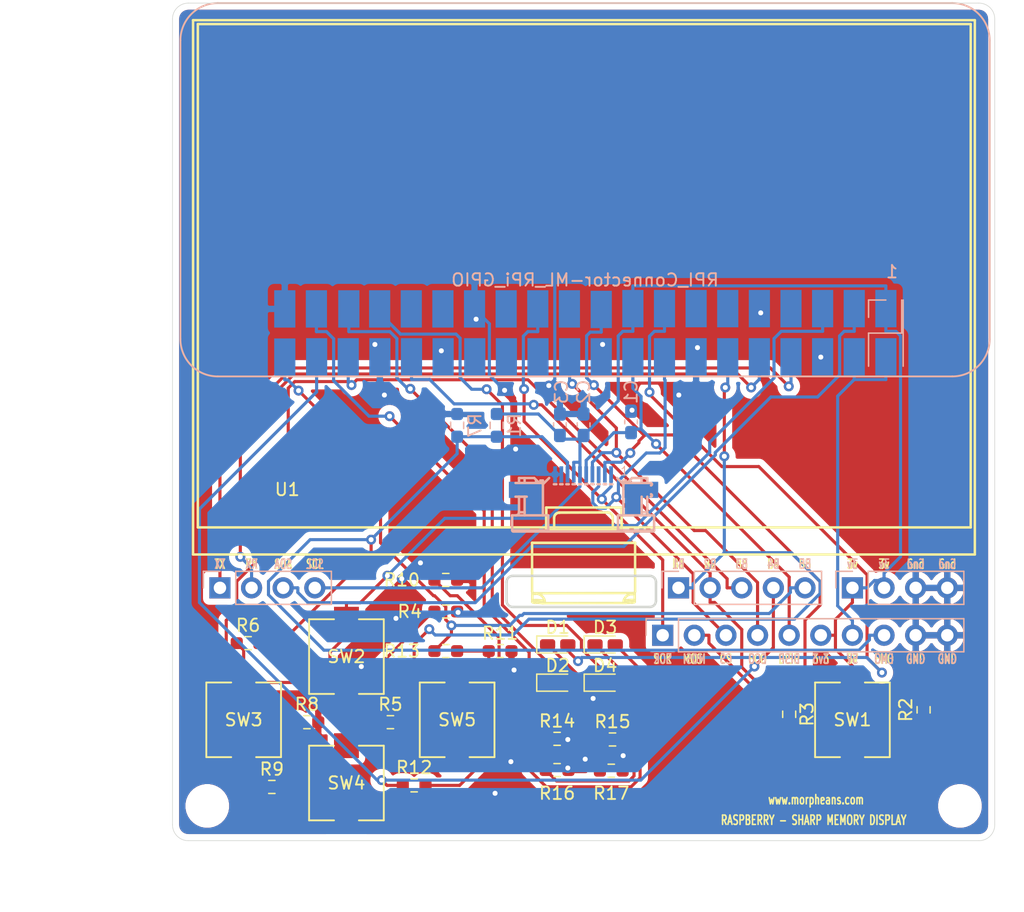
<source format=kicad_pcb>
(kicad_pcb (version 20171130) (host pcbnew "(5.1.9)-1")
  (layers (0 F.Cu signal) (31 B.Cu signal) (34 B.Paste user) (35 F.Paste user) (36 B.SilkS user) (37 F.SilkS user) (38 B.Mask user) (39 F.Mask user) (44 Edge.Cuts user))
  (net 0 "")
  (net 1 /DISPON)
  (net 2 GND)
  (net 3 +3V3)
  (net 4 +5V)
  (net 5 /SDA)
  (net 6 /SCL)
  (net 7 /TXD)
  (net 8 /RXD)
  (net 9 /BUT1)
  (net 10 /CS)
  (net 11 /MOSI)
  (net 12 /EXTCOMIN)
  (net 13 /SCK)
  (net 14 /BUT2)
  (net 15 /BUT3)
  (net 16 /BUT4)
  (net 17 /BUT5)
  (net 18 /EXTMODE)
  (net 19 "Net-(R2-Pad1)")
  (net 20 "Net-(R4-Pad1)")
  (net 21 "Net-(R8-Pad1)")
  (net 22 "Net-(R10-Pad1)")
  (net 23 "Net-(R11-Pad1)")
  (net 24 "Net-(D1-Pad1)")
  (net 25 /LEDYellow)
  (net 26 /LEDPink)
  (net 27 "Net-(D2-Pad1)")
  (net 28 "Net-(D3-Pad1)")
  (net 29 /LEDYellow2)
  (net 30 /LEDPink2)
  (net 31 "Net-(D4-Pad1)")
  (module Capacitor_SMD:C_0603_1608Metric_Pad1.08x0.95mm_HandSolder (layer B.Cu) (at 185.42 81.915 90)
    (fp_text reference C1 (at 2.413 0 90) (layer B.SilkS) (effects (justify mirror)))
    (fp_text value 100nF)
    (pad 1 smd roundrect (at -0.8625 0 90) (size 1.075 0.95) (layers B.Cu B.Paste B.Mask) (net 1 /DISPON))
    (pad 2 smd roundrect (at 0.8625 0 90) (size 1.075 0.95) (layers B.Cu B.Paste B.Mask) (net 2 GND))
  )
  (module Capacitor_SMD:C_0603_1608Metric_Pad1.08x0.95mm_HandSolder (layer B.Cu) (at 181.61 82.1425 90)
    (fp_text reference C2 (at 2.6405 0 90) (layer B.SilkS) (effects (justify mirror)))
    (fp_text value 100nF)
    (pad 2 smd roundrect (at 0.8625 0 90) (size 1.075 0.95) (layers B.Cu B.Paste B.Mask) (net 2 GND))
    (pad 1 smd roundrect (at -0.8625 0 90) (size 1.075 0.95) (layers B.Cu B.Paste B.Mask) (net 3 +3V3))
  )
  (module Capacitor_SMD:C_0603_1608Metric_Pad1.08x0.95mm_HandSolder (layer B.Cu) (at 179.705 82.1425 90)
    (fp_text reference C3 (at 2.6405 0.127 90) (layer B.SilkS) (effects (justify mirror)))
    (fp_text value 1uF)
    (pad 1 smd roundrect (at -0.8625 0 90) (size 1.075 0.95) (layers B.Cu B.Paste B.Mask) (net 3 +3V3))
    (pad 2 smd roundrect (at 0.8625 0 90) (size 1.075 0.95) (layers B.Cu B.Paste B.Mask) (net 2 GND))
  )
  (module MemoryBrakout:Raspberry_Pi_ZeroREVERSE_SMD (layer B.Cu) (at 149.225 48.26)
    (fp_text reference J1 hide)
    (fp_text value RPI_Connector-ML_RPi_GPIO (at 32.5 22.25) (layer B.SilkS) (effects (justify mirror)))
    (fp_text user 1 (at 57.15 21.59) (layer B.SilkS) (effects (justify mirror)))
    (pad 2 smd rect (at 56.66 28.425 270) (size 3 1.7) (layers B.Cu B.Paste B.Mask) (net 4 +5V))
    (pad 1 smd rect (at 56.66 24.5515 270) (size 3 1.7) (layers B.Cu B.Paste B.Mask) (net 3 +3V3))
    (pad 4 smd rect (at 54.12 28.425 270) (size 3 1.7) (layers B.Cu B.Paste B.Mask) (net 4 +5V))
    (pad 3 smd rect (at 54.12 24.5515 270) (size 3 1.7) (layers B.Cu B.Paste B.Mask) (net 5 /SDA))
    (pad 6 smd rect (at 51.58 28.425 270) (size 3 1.7) (layers B.Cu B.Paste B.Mask) (net 2 GND))
    (pad 5 smd rect (at 51.58 24.5515 270) (size 3 1.7) (layers B.Cu B.Paste B.Mask) (net 6 /SCL))
    (pad 8 smd rect (at 49.04 28.425 270) (size 3 1.7) (layers B.Cu B.Paste B.Mask) (net 7 /TXD))
    (pad 7 smd rect (at 49.04 24.5515 270) (size 3 1.7) (layers B.Cu B.Paste B.Mask))
    (pad 10 smd rect (at 46.5 28.425 270) (size 3 1.7) (layers B.Cu B.Paste B.Mask) (net 8 /RXD))
    (pad 9 smd rect (at 46.5 24.5515 270) (size 3 1.7) (layers B.Cu B.Paste B.Mask) (net 2 GND))
    (pad 12 smd rect (at 43.96 28.425 270) (size 3 1.7) (layers B.Cu B.Paste B.Mask) (net 9 /BUT1))
    (pad 11 smd rect (at 43.96 24.5515 270) (size 3 1.7) (layers B.Cu B.Paste B.Mask))
    (pad 14 smd rect (at 41.42 28.425 270) (size 3 1.7) (layers B.Cu B.Paste B.Mask) (net 2 GND))
    (pad 13 smd rect (at 41.42 24.5515 270) (size 3 1.7) (layers B.Cu B.Paste B.Mask))
    (pad 16 smd rect (at 38.88 28.425 270) (size 3 1.7) (layers B.Cu B.Paste B.Mask) (net 10 /CS))
    (pad 15 smd rect (at 38.88 24.5515 270) (size 3 1.7) (layers B.Cu B.Paste B.Mask) (net 25 /LEDYellow))
    (pad 18 smd rect (at 36.34 28.425 270) (size 3 1.7) (layers B.Cu B.Paste B.Mask) (net 1 /DISPON))
    (pad 17 smd rect (at 36.34 24.5515 270) (size 3 1.7) (layers B.Cu B.Paste B.Mask) (net 3 +3V3))
    (pad 20 smd rect (at 33.8 28.425 270) (size 3 1.7) (layers B.Cu B.Paste B.Mask) (net 2 GND))
    (pad 19 smd rect (at 33.8 24.615 270) (size 3 1.7) (layers B.Cu B.Paste B.Mask) (net 11 /MOSI))
    (pad 22 smd rect (at 31.26 28.425 270) (size 3 1.7) (layers B.Cu B.Paste B.Mask) (net 12 /EXTCOMIN))
    (pad 21 smd rect (at 31.242 24.5745 270) (size 3 1.7) (layers B.Cu B.Paste B.Mask))
    (pad 24 smd rect (at 28.72 28.425 270) (size 3 1.7) (layers B.Cu B.Paste B.Mask))
    (pad 23 smd rect (at 28.702 24.5745 270) (size 3 1.7) (layers B.Cu B.Paste B.Mask) (net 13 /SCK))
    (pad 26 smd rect (at 26.18 28.425 270) (size 3 1.7) (layers B.Cu B.Paste B.Mask))
    (pad 25 smd rect (at 26.162 24.5745 270) (size 3 1.7) (layers B.Cu B.Paste B.Mask))
    (pad 28 smd rect (at 23.64 28.425 270) (size 3 1.7) (layers B.Cu B.Paste B.Mask))
    (pad 27 smd rect (at 23.622 24.5745 270) (size 3 1.7) (layers B.Cu B.Paste B.Mask) (net 2 GND))
    (pad 30 smd rect (at 21.1 28.425 270) (size 3 1.7) (layers B.Cu B.Paste B.Mask) (net 2 GND))
    (pad 29 smd rect (at 21.082 24.5745 270) (size 3 1.7) (layers B.Cu B.Paste B.Mask))
    (pad 32 smd rect (at 18.56 28.425 270) (size 3 1.7) (layers B.Cu B.Paste B.Mask) (net 14 /BUT2))
    (pad 31 smd rect (at 18.542 24.5745 270) (size 3 1.7) (layers B.Cu B.Paste B.Mask))
    (pad 34 smd rect (at 16.02 28.425 270) (size 3 1.7) (layers B.Cu B.Paste B.Mask) (net 2 GND))
    (pad 33 smd rect (at 16.002 24.5745 270) (size 3 1.7) (layers B.Cu B.Paste B.Mask) (net 30 /LEDPink2))
    (pad 36 smd rect (at 13.48 28.425 270) (size 3 1.7) (layers B.Cu B.Paste B.Mask) (net 15 /BUT3))
    (pad 35 smd rect (at 13.5255 24.5745 270) (size 3 1.7) (layers B.Cu B.Paste B.Mask) (net 26 /LEDPink))
    (pad 38 smd rect (at 10.94 28.425 270) (size 3 1.7) (layers B.Cu B.Paste B.Mask) (net 16 /BUT4))
    (pad 37 smd rect (at 10.922 24.5745 270) (size 3 1.7) (layers B.Cu B.Paste B.Mask) (net 29 /LEDYellow2))
    (pad 40 smd rect (at 8.382 28.448 270) (size 3 1.7) (layers B.Cu B.Paste B.Mask) (net 17 /BUT5))
    (pad 39 smd rect (at 8.382 24.5745 270) (size 3 1.7) (layers B.Cu B.Paste B.Mask) (net 2 GND))
  )
  (module Connector_PinHeader_2.54mm:PinHeader_1x05_P2.54mm_Vertical (layer B.Cu) (at 189.23 95.25 270)
    (fp_text reference J2 hide)
    (fp_text value Buttons)
    (pad 1 thru_hole rect (at 0 0 270) (size 1.7 1.7) (drill 1) (layers *.Cu *.Mask) (net 9 /BUT1))
    (pad 2 thru_hole oval (at 0 -2.54 270) (size 1.7 1.7) (drill 1) (layers *.Cu *.Mask) (net 14 /BUT2))
    (pad 3 thru_hole oval (at 0 -5.08 270) (size 1.7 1.7) (drill 1) (layers *.Cu *.Mask) (net 15 /BUT3))
    (pad 4 thru_hole oval (at 0 -7.62 270) (size 1.7 1.7) (drill 1) (layers *.Cu *.Mask) (net 16 /BUT4))
    (pad 5 thru_hole oval (at 0 -10.16 270) (size 1.7 1.7) (drill 1) (layers *.Cu *.Mask) (net 17 /BUT5))
  )
  (module Connector_PinHeader_2.54mm:PinHeader_1x10_P2.54mm_Vertical (layer B.Cu) (at 187.96 99.06 270)
    (fp_text reference J3 hide)
    (fp_text value externalcnx)
    (pad 1 thru_hole rect (at 0 0 270) (size 1.7 1.7) (drill 1) (layers *.Cu *.Mask) (net 13 /SCK))
    (pad 2 thru_hole oval (at 0 -2.54 270) (size 1.7 1.7) (drill 1) (layers *.Cu *.Mask) (net 11 /MOSI))
    (pad 3 thru_hole oval (at 0 -5.08 270) (size 1.7 1.7) (drill 1) (layers *.Cu *.Mask) (net 10 /CS))
    (pad 4 thru_hole oval (at 0 -7.62 270) (size 1.7 1.7) (drill 1) (layers *.Cu *.Mask) (net 12 /EXTCOMIN))
    (pad 5 thru_hole oval (at 0 -10.16 270) (size 1.7 1.7) (drill 1) (layers *.Cu *.Mask) (net 1 /DISPON))
    (pad 6 thru_hole oval (at 0 -12.7 270) (size 1.7 1.7) (drill 1) (layers *.Cu *.Mask) (net 3 +3V3))
    (pad 7 thru_hole oval (at 0 -15.24 270) (size 1.7 1.7) (drill 1) (layers *.Cu *.Mask) (net 4 +5V))
    (pad 8 thru_hole oval (at 0 -17.78 270) (size 1.7 1.7) (drill 1) (layers *.Cu *.Mask) (net 18 /EXTMODE))
    (pad 9 thru_hole oval (at 0 -20.32 270) (size 1.7 1.7) (drill 1) (layers *.Cu *.Mask) (net 2 GND))
    (pad 10 thru_hole oval (at 0 -22.86 270) (size 1.7 1.7) (drill 1) (layers *.Cu *.Mask) (net 2 GND))
  )
  (module Connector_PinHeader_2.54mm:PinHeader_1x04_P2.54mm_Vertical (layer B.Cu) (at 152.4 95.25 270)
    (fp_text reference J4 hide)
    (fp_text value uart)
    (pad 4 thru_hole oval (at 0 -7.62 270) (size 1.7 1.7) (drill 1) (layers *.Cu *.Mask) (net 6 /SCL))
    (pad 3 thru_hole oval (at 0 -5.08 270) (size 1.7 1.7) (drill 1) (layers *.Cu *.Mask) (net 5 /SDA))
    (pad 2 thru_hole oval (at 0 -2.54 270) (size 1.7 1.7) (drill 1) (layers *.Cu *.Mask) (net 8 /RXD))
    (pad 1 thru_hole rect (at 0 0 270) (size 1.7 1.7) (drill 1) (layers *.Cu *.Mask) (net 7 /TXD))
  )
  (module Connector_PinHeader_2.54mm:PinHeader_1x04_P2.54mm_Vertical (layer B.Cu) (at 203.2 95.25 270)
    (fp_text reference J5 hide)
    (fp_text value 3Vsource)
    (pad 1 thru_hole rect (at 0 0 270) (size 1.7 1.7) (drill 1) (layers *.Cu *.Mask) (net 3 +3V3))
    (pad 2 thru_hole oval (at 0 -2.54 270) (size 1.7 1.7) (drill 1) (layers *.Cu *.Mask) (net 3 +3V3))
    (pad 3 thru_hole oval (at 0 -5.08 270) (size 1.7 1.7) (drill 1) (layers *.Cu *.Mask) (net 2 GND))
    (pad 4 thru_hole oval (at 0 -7.62 270) (size 1.7 1.7) (drill 1) (layers *.Cu *.Mask) (net 2 GND))
  )
  (module Resistor_SMD:R_0603_1608Metric_Pad0.98x0.95mm_HandSolder (layer B.Cu) (at 174.625 82.1925 90)
    (fp_text reference R1 (at 0 1.43 90) (layer B.SilkS) (effects (justify mirror)))
    (fp_text value 0R)
    (pad 2 smd roundrect (at 0.9125 0 90) (size 0.975 0.95) (layers B.Cu B.Paste B.Mask) (net 3 +3V3))
    (pad 1 smd roundrect (at -0.9125 0 90) (size 0.975 0.95) (layers B.Cu B.Paste B.Mask) (net 18 /EXTMODE))
  )
  (module Resistor_SMD:R_0603_1608Metric_Pad0.98x0.95mm_HandSolder (layer F.Cu) (at 208.915 105.052 90)
    (fp_text reference R2 (at 0 -1.43 90) (layer F.SilkS))
    (fp_text value 10k)
    (pad 1 smd roundrect (at -0.9125 0 90) (size 0.975 0.95) (layers F.Cu F.Paste F.Mask) (net 19 "Net-(R2-Pad1)"))
    (pad 2 smd roundrect (at 0.9125 0 90) (size 0.975 0.95) (layers F.Cu F.Paste F.Mask) (net 2 GND))
  )
  (module Resistor_SMD:R_0603_1608Metric_Pad0.98x0.95mm_HandSolder (layer F.Cu) (at 198.12 105.41 270)
    (fp_text reference R3 (at 0 -1.43 90) (layer F.SilkS))
    (fp_text value 1k)
    (pad 1 smd roundrect (at -0.9125 0 270) (size 0.975 0.95) (layers F.Cu F.Paste F.Mask) (net 14 /BUT2))
    (pad 2 smd roundrect (at 0.9125 0 270) (size 0.975 0.95) (layers F.Cu F.Paste F.Mask) (net 19 "Net-(R2-Pad1)"))
  )
  (module Resistor_SMD:R_0603_1608Metric_Pad0.98x0.95mm_HandSolder (layer F.Cu) (at 170.538 97.155)
    (fp_text reference R4 (at -2.8975 0) (layer F.SilkS))
    (fp_text value 10k)
    (pad 2 smd roundrect (at 0.9125 0) (size 0.975 0.95) (layers F.Cu F.Paste F.Mask) (net 2 GND))
    (pad 1 smd roundrect (at -0.9125 0) (size 0.975 0.95) (layers F.Cu F.Paste F.Mask) (net 20 "Net-(R4-Pad1)"))
  )
  (module Resistor_SMD:R_0603_1608Metric_Pad0.98x0.95mm_HandSolder (layer F.Cu) (at 166.092 106.045)
    (fp_text reference R5 (at 0 -1.43) (layer F.SilkS))
    (fp_text value 1k)
    (pad 1 smd roundrect (at -0.9125 0) (size 0.975 0.95) (layers F.Cu F.Paste F.Mask) (net 9 /BUT1))
    (pad 2 smd roundrect (at 0.9125 0) (size 0.975 0.95) (layers F.Cu F.Paste F.Mask) (net 20 "Net-(R4-Pad1)"))
  )
  (module Resistor_SMD:R_0603_1608Metric_Pad0.98x0.95mm_HandSolder (layer F.Cu) (at 154.662 99.695)
    (fp_text reference R6 (at 0 -1.43) (layer F.SilkS))
    (fp_text value 10k)
    (pad 2 smd roundrect (at 0.9125 0) (size 0.975 0.95) (layers F.Cu F.Paste F.Mask) (net 18 /EXTMODE))
    (pad 1 smd roundrect (at -0.9125 0) (size 0.975 0.95) (layers F.Cu F.Paste F.Mask) (net 3 +3V3))
  )
  (module Resistor_SMD:R_0603_1608Metric_Pad0.98x0.95mm_HandSolder (layer B.Cu) (at 171.45 82.1925 90)
    (fp_text reference R7 (at 0 1.43 90) (layer B.SilkS) (effects (justify mirror)))
    (fp_text value 10k)
    (pad 1 smd roundrect (at -0.9125 0 90) (size 0.975 0.95) (layers B.Cu B.Paste B.Mask) (net 18 /EXTMODE))
    (pad 2 smd roundrect (at 0.9125 0 90) (size 0.975 0.95) (layers B.Cu B.Paste B.Mask) (net 2 GND))
  )
  (module Resistor_SMD:R_0603_1608Metric_Pad0.98x0.95mm_HandSolder (layer F.Cu) (at 159.385 106.045)
    (fp_text reference R8 (at 0 -1.43) (layer F.SilkS))
    (fp_text value 10k)
    (pad 1 smd roundrect (at -0.9125 0) (size 0.975 0.95) (layers F.Cu F.Paste F.Mask) (net 21 "Net-(R8-Pad1)"))
    (pad 2 smd roundrect (at 0.9125 0) (size 0.975 0.95) (layers F.Cu F.Paste F.Mask) (net 2 GND))
  )
  (module Resistor_SMD:R_0603_1608Metric_Pad0.98x0.95mm_HandSolder (layer F.Cu) (at 156.568 111.252)
    (fp_text reference R9 (at 0 -1.43 180) (layer F.SilkS))
    (fp_text value 1k)
    (pad 2 smd roundrect (at 0.9125 0) (size 0.975 0.95) (layers F.Cu F.Paste F.Mask) (net 21 "Net-(R8-Pad1)"))
    (pad 1 smd roundrect (at -0.9125 0) (size 0.975 0.95) (layers F.Cu F.Paste F.Mask) (net 15 /BUT3))
  )
  (module Resistor_SMD:R_0603_1608Metric_Pad0.98x0.95mm_HandSolder (layer F.Cu) (at 170.538 94.615)
    (fp_text reference R10 (at -3.5325 0) (layer F.SilkS))
    (fp_text value 10k)
    (pad 1 smd roundrect (at -0.9125 0) (size 0.975 0.95) (layers F.Cu F.Paste F.Mask) (net 22 "Net-(R10-Pad1)"))
    (pad 2 smd roundrect (at 0.9125 0) (size 0.975 0.95) (layers F.Cu F.Paste F.Mask) (net 2 GND))
  )
  (module Resistor_SMD:R_0603_1608Metric_Pad0.98x0.95mm_HandSolder (layer F.Cu) (at 174.902 100.33)
    (fp_text reference R11 (at 0 -1.43) (layer F.SilkS))
    (fp_text value 10k)
    (pad 1 smd roundrect (at -0.9125 0) (size 0.975 0.95) (layers F.Cu F.Paste F.Mask) (net 23 "Net-(R11-Pad1)"))
    (pad 2 smd roundrect (at 0.9125 0) (size 0.975 0.95) (layers F.Cu F.Paste F.Mask) (net 2 GND))
  )
  (module Resistor_SMD:R_0603_1608Metric_Pad0.98x0.95mm_HandSolder (layer F.Cu) (at 167.998 111.125)
    (fp_text reference R12 (at 0 -1.43) (layer F.SilkS))
    (fp_text value 1k)
    (pad 2 smd roundrect (at 0.9125 0) (size 0.975 0.95) (layers F.Cu F.Paste F.Mask) (net 22 "Net-(R10-Pad1)"))
    (pad 1 smd roundrect (at -0.9125 0) (size 0.975 0.95) (layers F.Cu F.Paste F.Mask) (net 16 /BUT4))
  )
  (module Resistor_SMD:R_0603_1608Metric_Pad0.98x0.95mm_HandSolder (layer F.Cu) (at 170.538 100.33)
    (fp_text reference R13 (at -3.5325 0) (layer F.SilkS))
    (fp_text value 1k)
    (pad 2 smd roundrect (at 0.9125 0) (size 0.975 0.95) (layers F.Cu F.Paste F.Mask) (net 23 "Net-(R11-Pad1)"))
    (pad 1 smd roundrect (at -0.9125 0) (size 0.975 0.95) (layers F.Cu F.Paste F.Mask) (net 17 /BUT5))
  )
  (module 18650:SW_TP1003 (layer F.Cu) (at 203.2 109.855)
    (fp_text reference SW1 (at 0 -4) (layer F.SilkS))
    (fp_text value But2 hide)
    (pad 2 smd rect (at 0 -1) (size 2 2) (layers F.Cu F.Paste F.Mask) (net 19 "Net-(R2-Pad1)"))
    (pad 1 smd rect (at 0 -7) (size 2 2) (layers F.Cu F.Paste F.Mask) (net 3 +3V3))
  )
  (module 18650:SW_TP1003 (layer F.Cu) (at 162.56 104.775)
    (fp_text reference SW2 (at 0 -4) (layer F.SilkS))
    (fp_text value But1 hide)
    (pad 1 smd rect (at 0 -7) (size 2 2) (layers F.Cu F.Paste F.Mask) (net 3 +3V3))
    (pad 2 smd rect (at 0 -1) (size 2 2) (layers F.Cu F.Paste F.Mask) (net 20 "Net-(R4-Pad1)"))
  )
  (module 18650:SW_TP1003 (layer F.Cu) (at 154.305 109.855)
    (fp_text reference SW3 (at 0 -4) (layer F.SilkS))
    (fp_text value But3 hide)
    (pad 1 smd rect (at 0 -7) (size 2 2) (layers F.Cu F.Paste F.Mask) (net 3 +3V3))
    (pad 2 smd rect (at 0 -1) (size 2 2) (layers F.Cu F.Paste F.Mask) (net 21 "Net-(R8-Pad1)"))
  )
  (module 18650:SW_TP1003 (layer F.Cu) (at 162.56 114.935)
    (fp_text reference SW4 (at 0 -4) (layer F.SilkS))
    (fp_text value But4 hide)
    (pad 2 smd rect (at 0 -1) (size 2 2) (layers F.Cu F.Paste F.Mask) (net 22 "Net-(R10-Pad1)"))
    (pad 1 smd rect (at 0 -7) (size 2 2) (layers F.Cu F.Paste F.Mask) (net 3 +3V3))
  )
  (module 18650:SW_TP1003 (layer F.Cu) (at 171.45 109.855)
    (fp_text reference SW5 (at 0 -4) (layer F.SilkS))
    (fp_text value But5 hide)
    (pad 2 smd rect (at 0 -1) (size 2 2) (layers F.Cu F.Paste F.Mask) (net 23 "Net-(R11-Pad1)"))
    (pad 1 smd rect (at 0 -7) (size 2 2) (layers F.Cu F.Paste F.Mask) (net 3 +3V3))
  )
  (module MemoryBrakout:SHARP27LCD (layer F.Cu) (at 154.401 92.7336)
    (fp_text reference U1 (at 3.4036 -5.3848) (layer F.SilkS))
    (fp_text value DisplaySharp)
    (fp_line (start 21.52 4.0541) (end 32.52 4.0541) (layer Edge.Cuts) (width 0.2))
    (fp_line (start 21.02 3.5541) (end 21.02 2.0541) (layer Edge.Cuts) (width 0.2))
    (fp_line (start 21.52 1.5541) (end 32.52 1.5541) (layer Edge.Cuts) (width 0.2))
    (fp_line (start 33.02 3.5541) (end 33.02 2.0541) (layer Edge.Cuts) (width 0.2))
    (fp_text user 1 (at 30.4927 -6.8707) (layer B.SilkS) (effects (font (size 0.7 0.7) (thickness 0.08))))
    (fp_arc (start 32.52 3.5541) (end 32.52 4.0541) (angle -90) (layer Edge.Cuts) (width 0.2))
    (fp_arc (start 21.52 3.5541) (end 21.02 3.5541) (angle -90) (layer Edge.Cuts) (width 0.2))
    (fp_arc (start 21.52 2.0541) (end 21.52 1.5541) (angle -90) (layer Edge.Cuts) (width 0.2))
    (fp_arc (start 32.52 2.0541) (end 33.02 2.0541) (angle -90) (layer Edge.Cuts) (width 0.2))
    (pad 8 smd rect (at 25.9153 -6.5998) (size 0.3 1.3) (layers B.Cu B.Paste B.Mask) (net 18 /EXTMODE))
    (pad 1 smd rect (at 29.4153 -6.5998) (size 0.3 1.3) (layers B.Cu B.Paste B.Mask) (net 13 /SCK))
    (pad 7 smd rect (at 26.4153 -6.5998) (size 0.3 1.3) (layers B.Cu B.Paste B.Mask) (net 3 +3V3))
    (pad 5 smd rect (at 27.4153 -6.5998) (size 0.3 1.3) (layers B.Cu B.Paste B.Mask) (net 1 /DISPON))
    (pad 9 smd rect (at 25.4153 -6.5998) (size 0.3 1.3) (layers B.Cu B.Paste B.Mask) (net 2 GND))
    (pad 10 smd rect (at 24.9153 -6.5998) (size 0.3 1.3) (layers B.Cu B.Paste B.Mask) (net 2 GND))
    (pad 3 smd rect (at 28.4153 -6.5998) (size 0.3 1.3) (layers B.Cu B.Paste B.Mask) (net 10 /CS))
    (pad 2 smd rect (at 28.9153 -6.5998) (size 0.3 1.3) (layers B.Cu B.Paste B.Mask) (net 11 /MOSI))
    (pad 4 smd rect (at 27.9153 -6.5998) (size 0.3 1.3) (layers B.Cu B.Paste B.Mask) (net 12 /EXTCOMIN))
    (pad 6 smd rect (at 26.9153 -6.5998) (size 0.3 1.3) (layers B.Cu B.Paste B.Mask) (net 3 +3V3))
    (pad 11 smd rect (at 22.5552 -5.3594) (size 2.7 1.3) (layers B.Cu B.Paste B.Mask))
    (pad 11 smd rect (at 23.2029 -4.4958 90) (size 2.2 1.3) (layers B.Cu B.Paste B.Mask))
    (pad 11 smd rect (at 31.8516 -5.3594) (size 2.7 1.3) (layers B.Cu B.Paste B.Mask))
    (pad 11 smd rect (at 31.1785 -4.4958 90) (size 2.2 1.3) (layers B.Cu B.Paste B.Mask))
  )
  (module LED_SMD:LED_0603_1608Metric_Castellated (layer F.Cu) (at 179.528 99.805)
    (fp_text reference D1 (at 0 -1.38) (layer F.SilkS))
    (fp_text value Yellow)
    (pad 1 smd roundrect (at -0.8125 0) (size 1.225 0.85) (layers F.Cu F.Paste F.Mask) (net 24 "Net-(D1-Pad1)"))
    (pad 2 smd roundrect (at 0.8125 0) (size 1.225 0.85) (layers F.Cu F.Paste F.Mask) (net 25 /LEDYellow))
  )
  (module LED_SMD:LED_0603_1608Metric_Castellated (layer F.Cu) (at 179.528 102.87)
    (fp_text reference D2 (at 0 -1.38) (layer F.SilkS))
    (fp_text value Yellow)
    (pad 2 smd roundrect (at 0.8125 0) (size 1.225 0.85) (layers F.Cu F.Paste F.Mask) (net 26 /LEDPink))
    (pad 1 smd roundrect (at -0.8125 0) (size 1.225 0.85) (layers F.Cu F.Paste F.Mask) (net 27 "Net-(D2-Pad1)"))
  )
  (module LED_SMD:LED_0603_1608Metric_Castellated (layer F.Cu) (at 183.338 99.805)
    (fp_text reference D3 (at 0 -1.38) (layer F.SilkS))
    (fp_text value Yellow)
    (pad 1 smd roundrect (at -0.8125 0) (size 1.225 0.85) (layers F.Cu F.Paste F.Mask) (net 28 "Net-(D3-Pad1)"))
    (pad 2 smd roundrect (at 0.8125 0) (size 1.225 0.85) (layers F.Cu F.Paste F.Mask) (net 29 /LEDYellow2))
  )
  (module LED_SMD:LED_0603_1608Metric_Castellated (layer F.Cu) (at 183.338 102.87)
    (fp_text reference D4 (at 0 -1.38) (layer F.SilkS))
    (fp_text value Yellow)
    (pad 2 smd roundrect (at 0.8125 0) (size 1.225 0.85) (layers F.Cu F.Paste F.Mask) (net 30 /LEDPink2))
    (pad 1 smd roundrect (at -0.8125 0) (size 1.225 0.85) (layers F.Cu F.Paste F.Mask) (net 31 "Net-(D4-Pad1)"))
  )
  (module Resistor_SMD:R_0603_1608Metric_Pad0.98x0.95mm_HandSolder (layer F.Cu) (at 179.48 107.385)
    (fp_text reference R14 (at 0 -1.43) (layer F.SilkS))
    (fp_text value 330R)
    (pad 1 smd roundrect (at -0.9125 0) (size 0.975 0.95) (layers F.Cu F.Paste F.Mask) (net 24 "Net-(D1-Pad1)"))
    (pad 2 smd roundrect (at 0.9125 0) (size 0.975 0.95) (layers F.Cu F.Paste F.Mask) (net 2 GND))
  )
  (module Resistor_SMD:R_0603_1608Metric_Pad0.98x0.95mm_HandSolder (layer F.Cu) (at 183.93 107.435)
    (fp_text reference R15 (at 0 -1.43) (layer F.SilkS))
    (fp_text value 330R)
    (pad 2 smd roundrect (at 0.9125 0) (size 0.975 0.95) (layers F.Cu F.Paste F.Mask) (net 2 GND))
    (pad 1 smd roundrect (at -0.9125 0) (size 0.975 0.95) (layers F.Cu F.Paste F.Mask) (net 27 "Net-(D2-Pad1)"))
  )
  (module Resistor_SMD:R_0603_1608Metric_Pad0.98x0.95mm_HandSolder (layer F.Cu) (at 179.48 109.895)
    (fp_text reference R16 (at 0 1.864999) (layer F.SilkS))
    (fp_text value 330R)
    (pad 1 smd roundrect (at -0.9125 0) (size 0.975 0.95) (layers F.Cu F.Paste F.Mask) (net 28 "Net-(D3-Pad1)"))
    (pad 2 smd roundrect (at 0.9125 0) (size 0.975 0.95) (layers F.Cu F.Paste F.Mask) (net 2 GND))
  )
  (module Resistor_SMD:R_0603_1608Metric_Pad0.98x0.95mm_HandSolder (layer F.Cu) (at 183.83 109.945)
    (fp_text reference R17 (at 0 1.814999) (layer F.SilkS))
    (fp_text value 330R)
    (pad 2 smd roundrect (at 0.9125 0) (size 0.975 0.95) (layers F.Cu F.Paste F.Mask) (net 2 GND))
    (pad 1 smd roundrect (at -0.9125 0) (size 0.975 0.95) (layers F.Cu F.Paste F.Mask) (net 31 "Net-(D4-Pad1)"))
  )
  (module MountingHole:MountingHole_2.5mm (layer F.Cu) (at 151.384 112.776)
    (fp_text reference H1 hide)
    (fp_text value MountingHole)
    (pad 1 np_thru_hole circle (at 0 0) (size 2.5 2.5) (drill 2.5) (layers *.Cu *.Mask))
  )
  (module MountingHole:MountingHole_2.5mm (layer F.Cu) (at 211.836 112.776)
    (fp_text reference H2 hide)
    (fp_text value MountingHole)
    (pad 1 np_thru_hole circle (at 0 0) (size 2.5 2.5) (drill 2.5) (layers *.Cu *.Mask))
  )
  (gr_text www.morpheans.com (at 200.279 112.268) (layer F.SilkS) (effects (font (size 0.75 0.5) (thickness 0.125))))
  (gr_text "RASPBERRY - SHARP MEMORY DISPLAY " (at 200.279 113.919) (layer F.SilkS) (effects (font (size 0.75 0.5) (thickness 0.125))))
  (gr_text GND (at 208.28 100.965) (layer F.SilkS) (effects (font (size 0.75 0.5) (thickness 0.125))))
  (gr_text GND (at 210.82 100.965) (layer F.SilkS) (effects (font (size 0.75 0.5) (thickness 0.125))))
  (gr_text GND (at 210.82 100.965) (layer B.SilkS) (effects (font (size 0.75 0.5) (thickness 0.125)) (justify mirror)))
  (gr_text GND (at 208.28 100.965) (layer B.SilkS) (effects (font (size 0.75 0.5) (thickness 0.125)) (justify mirror)))
  (gr_text EMO (at 205.74 100.965) (layer B.SilkS) (effects (font (size 0.75 0.5) (thickness 0.125)) (justify mirror)))
  (gr_text EMO (at 205.74 100.965) (layer F.SilkS) (effects (font (size 0.75 0.5) (thickness 0.125))))
  (gr_text 5V (at 203.2 100.965) (layer F.SilkS) (effects (font (size 0.75 0.5) (thickness 0.125))))
  (gr_text 5V (at 203.2 100.965) (layer B.SilkS) (effects (font (size 0.75 0.5) (thickness 0.125)) (justify mirror)))
  (gr_text 3v3 (at 200.66 100.965) (layer B.SilkS) (effects (font (size 0.75 0.5) (thickness 0.125)) (justify mirror)))
  (gr_text 3v3 (at 200.66 100.965) (layer F.SilkS) (effects (font (size 0.75 0.5) (thickness 0.125))))
  (gr_text DISP (at 198.12 100.965) (layer F.SilkS) (effects (font (size 0.75 0.5) (thickness 0.125))))
  (gr_text DISP (at 198.12 100.965) (layer B.SilkS) (effects (font (size 0.75 0.5) (thickness 0.125)) (justify mirror)))
  (gr_text ECO (at 195.58 100.965) (layer B.SilkS) (effects (font (size 0.75 0.5) (thickness 0.125)) (justify mirror)))
  (gr_text ECO (at 195.58 100.965) (layer F.SilkS) (effects (font (size 0.75 0.5) (thickness 0.125))))
  (gr_text CS (at 193.04 100.965) (layer F.SilkS) (effects (font (size 0.75 0.5) (thickness 0.125))))
  (gr_text CS (at 193.04 100.965) (layer B.SilkS) (effects (font (size 0.75 0.5) (thickness 0.125)) (justify mirror)))
  (gr_text MOSI (at 190.5 100.965) (layer B.SilkS) (effects (font (size 0.75 0.5) (thickness 0.125)) (justify mirror)))
  (gr_text MOSI (at 190.5 100.965) (layer F.SilkS) (effects (font (size 0.75 0.5) (thickness 0.125))))
  (gr_text SCK (at 187.96 100.965) (layer F.SilkS) (effects (font (size 0.75 0.5) (thickness 0.125))))
  (gr_text SCK (at 187.96 100.965) (layer B.SilkS) (effects (font (size 0.75 0.5) (thickness 0.125)) (justify mirror)))
  (gr_text Gnd (at 210.82 93.345) (layer B.SilkS) (effects (font (size 0.75 0.5) (thickness 0.125)) (justify mirror)))
  (gr_text Gnd (at 210.82 93.345) (layer F.SilkS) (effects (font (size 0.75 0.5) (thickness 0.125))))
  (gr_text Gnd (at 208.28 93.345) (layer F.SilkS) (effects (font (size 0.75 0.5) (thickness 0.125))))
  (gr_text Gnd (at 208.28 93.345) (layer B.SilkS) (effects (font (size 0.75 0.5) (thickness 0.125)) (justify mirror)))
  (gr_text 3v (at 203.2 93.345) (layer B.SilkS) (effects (font (size 0.75 0.5) (thickness 0.125)) (justify mirror)))
  (gr_text 3v (at 205.74 93.345) (layer B.SilkS) (effects (font (size 0.75 0.5) (thickness 0.125)) (justify mirror)))
  (gr_text 3v (at 203.2 93.345) (layer F.SilkS) (effects (font (size 0.75 0.5) (thickness 0.125))))
  (gr_text 3v (at 205.74 93.345) (layer F.SilkS) (effects (font (size 0.75 0.5) (thickness 0.125))))
  (gr_text B5 (at 199.39 93.345) (layer B.SilkS) (effects (font (size 0.75 0.5) (thickness 0.125)) (justify mirror)))
  (gr_text B5 (at 199.39 93.345) (layer F.SilkS) (effects (font (size 0.75 0.5) (thickness 0.125))))
  (gr_text B4 (at 196.85 93.345) (layer B.SilkS) (effects (font (size 0.75 0.5) (thickness 0.125)) (justify mirror)))
  (gr_text B4 (at 196.85 93.345) (layer F.SilkS) (effects (font (size 0.75 0.5) (thickness 0.125))))
  (gr_text B3 (at 194.31 93.345) (layer B.SilkS) (effects (font (size 0.75 0.5) (thickness 0.125)) (justify mirror)))
  (gr_text B3 (at 194.31 93.345) (layer F.SilkS) (effects (font (size 0.75 0.5) (thickness 0.125))))
  (gr_text B2 (at 191.77 93.345) (layer B.SilkS) (effects (font (size 0.75 0.5) (thickness 0.125)) (justify mirror)))
  (gr_text B2 (at 191.77 93.345) (layer F.SilkS) (effects (font (size 0.75 0.5) (thickness 0.125))))
  (gr_text B1 (at 189.23 93.345) (layer B.SilkS) (effects (font (size 0.75 0.5) (thickness 0.125)) (justify mirror)))
  (gr_text B1 (at 189.23 93.345) (layer F.SilkS) (effects (font (size 0.75 0.5) (thickness 0.125))))
  (gr_text SCL (at 160.02 93.345) (layer B.SilkS) (effects (font (size 0.75 0.5) (thickness 0.125)) (justify mirror)))
  (gr_text SCL (at 160.02 93.345) (layer F.SilkS) (effects (font (size 0.75 0.5) (thickness 0.125))))
  (gr_text SDA (at 157.48 93.345) (layer B.SilkS) (effects (font (size 0.75 0.5) (thickness 0.125)) (justify mirror)))
  (gr_text SDA (at 157.48 93.345) (layer F.SilkS) (effects (font (size 0.75 0.5) (thickness 0.125))))
  (gr_text RX (at 154.94 93.345) (layer F.SilkS) (effects (font (size 0.75 0.5) (thickness 0.125))))
  (gr_text RX (at 154.94 93.345) (layer B.SilkS) (effects (font (size 0.75 0.5) (thickness 0.125)) (justify mirror)))
  (gr_text TX (at 152.4 93.345) (layer B.SilkS) (effects (font (size 0.75 0.5) (thickness 0.125)) (justify mirror)))
  (gr_text TX (at 152.4 93.345) (layer F.SilkS) (effects (font (size 0.75 0.5) (thickness 0.125))))
  (gr_arc (start 213.36 49.53) (end 214.63 49.53) (angle -90) (layer Edge.Cuts) (width 0.05))
  (gr_arc (start 149.86 49.53) (end 149.86 48.26) (angle -90) (layer Edge.Cuts) (width 0.05))
  (gr_arc (start 149.86 114.3) (end 148.59 114.3) (angle -90) (layer Edge.Cuts) (width 0.05))
  (gr_arc (start 213.36 114.3) (end 213.36 115.57) (angle -90) (layer Edge.Cuts) (width 0.05))
  (gr_line (start 149.86 115.57) (end 213.36 115.57) (layer Edge.Cuts) (width 0.05))
  (gr_line (start 148.59 49.53) (end 148.59 114.3) (layer Edge.Cuts) (width 0.05))
  (gr_line (start 214.63 49.53) (end 214.63 114.3) (layer Edge.Cuts) (width 0.05))
  (gr_line (start 149.86 48.26) (end 213.36 48.26) (layer Edge.Cuts) (width 0.05))
  (via (at 171.5262 97.22358) (size 0.8) (drill 0.4) (layers F.Cu B.Cu) (net 2))
  (via (at 164.846 75.692) (size 0.8) (drill 0.4) (layers F.Cu B.Cu) (net 2))
  (via (at 172.974 73.66) (size 0.8) (drill 0.4) (layers F.Cu B.Cu) (net 2))
  (via (at 170.18 76.2) (size 0.8) (drill 0.4) (layers F.Cu B.Cu) (net 2))
  (via (at 183.134 75.692) (size 0.8) (drill 0.4) (layers F.Cu B.Cu) (net 2))
  (via (at 190.754 75.946) (size 0.8) (drill 0.4) (layers F.Cu B.Cu) (net 2))
  (via (at 195.834 73.152) (size 0.8) (drill 0.4) (layers F.Cu B.Cu) (net 2))
  (via (at 200.66 76.708) (size 0.8) (drill 0.4) (layers F.Cu B.Cu) (net 2))
  (via (at 180.34 107.442) (size 0.8) (drill 0.4) (layers F.Cu B.Cu) (net 2))
  (via (at 180.34 109.728) (size 0.8) (drill 0.4) (layers F.Cu B.Cu) (net 2))
  (segment (start 186.223 82.4895) (end 186.2295 82.4895) (width 0.25) (layer B.Cu) (net 1))
  (segment (start 186.2295 82.4895) (end 187.4286 83.6886) (width 0.25) (layer B.Cu) (net 1))
  (segment (start 185.42 82.7775) (end 185.708 82.4895) (width 0.25) (layer B.Cu) (net 1))
  (segment (start 185.708 82.4895) (end 186.223 82.4895) (width 0.25) (layer B.Cu) (net 1))
  (segment (start 185.565 78.5103) (end 185.565 79.212) (width 0.25) (layer B.Cu) (net 1))
  (segment (start 185.565 79.212) (end 186.223 79.87) (width 0.25) (layer B.Cu) (net 1))
  (segment (start 186.223 79.87) (end 186.223 82.4895) (width 0.25) (layer B.Cu) (net 1))
  (segment (start 187.4286 83.6886) (end 198.12 94.38) (width 0.25) (layer F.Cu) (net 1))
  (segment (start 198.12 94.38) (end 198.12 99.06) (width 0.25) (layer F.Cu) (net 1))
  (segment (start 185.42 82.7775) (end 184.0436 82.7775) (width 0.25) (layer B.Cu) (net 1))
  (segment (start 184.0436 82.7775) (end 181.8163 85.0048) (width 0.25) (layer B.Cu) (net 1))
  (segment (start 181.8163 85.0048) (end 181.8163 86.1338) (width 0.25) (layer B.Cu) (net 1))
  (segment (start 185.565 76.685) (end 185.565 78.5103) (width 0.25) (layer B.Cu) (net 1))
  (via (at 187.4286 83.6886) (size 0.8) (layers F.Cu B.Cu) (net 1))
  (via (at 182.372 104.14) (size 0.8) (drill 0.4) (layers F.Cu B.Cu) (net 2))
  (via (at 176.022 101.854) (size 0.8) (drill 0.4) (layers F.Cu B.Cu) (net 2))
  (via (at 174.498 111.76) (size 0.8) (drill 0.4) (layers F.Cu B.Cu) (net 2))
  (segment (start 180.34 109.728) (end 180.34 107.442) (width 0.25) (layer B.Cu) (net 2))
  (via (at 175.768 109.22) (size 0.8) (drill 0.4) (layers F.Cu B.Cu) (net 2))
  (segment (start 176.276 109.728) (end 175.768 109.22) (width 0.25) (layer B.Cu) (net 2))
  (segment (start 180.34 109.728) (end 176.276 109.728) (width 0.25) (layer B.Cu) (net 2))
  (via (at 165.608 79.756) (size 0.8) (drill 0.4) (layers F.Cu B.Cu) (net 2))
  (via (at 178.816 78.994) (size 0.8) (drill 0.4) (layers F.Cu B.Cu) (net 2))
  (segment (start 179.8163 86.1338) (end 179.3163 86.1338) (width 0.25) (layer B.Cu) (net 2))
  (segment (start 179.3163 86.1338) (end 177.8786 86.1338) (width 0.25) (layer B.Cu) (net 2))
  (via (at 176.149 84.0994) (size 0.8) (drill 0.4) (layers F.Cu B.Cu) (net 2))
  (segment (start 176.149 84.4042) (end 176.149 84.0994) (width 0.25) (layer B.Cu) (net 2))
  (segment (start 177.8786 86.1338) (end 176.149 84.4042) (width 0.25) (layer B.Cu) (net 2))
  (segment (start 176.149 84.0994) (end 176.149 80.2894) (width 0.25) (layer F.Cu) (net 2))
  (via (at 175.26 79.375) (size 0.8) (drill 0.4) (layers F.Cu B.Cu) (net 2))
  (segment (start 175.26 79.4004) (end 175.26 79.375) (width 0.25) (layer F.Cu) (net 2))
  (segment (start 176.149 80.2894) (end 175.26 79.4004) (width 0.25) (layer F.Cu) (net 2))
  (segment (start 174.040001 74.027501) (end 172.847 72.8345) (width 0.25) (layer B.Cu) (net 2))
  (segment (start 174.040001 78.155001) (end 174.040001 74.027501) (width 0.25) (layer B.Cu) (net 2))
  (segment (start 175.26 79.375) (end 174.040001 78.155001) (width 0.25) (layer B.Cu) (net 2))
  (segment (start 179.291999 78.518001) (end 179.291999 70.021199) (width 0.25) (layer B.Cu) (net 2))
  (segment (start 178.816 78.994) (end 179.291999 78.518001) (width 0.25) (layer B.Cu) (net 2))
  (via (at 185.4962 80.9752) (size 0.8) (drill 0.4) (layers F.Cu B.Cu) (net 2))
  (segment (start 185.42 81.0514) (end 185.4962 80.9752) (width 0.25) (layer B.Cu) (net 2))
  (segment (start 185.42 81.0525) (end 185.42 81.0514) (width 0.25) (layer B.Cu) (net 2))
  (segment (start 185.4962 80.9752) (end 185.4962 79.3496) (width 0.25) (layer F.Cu) (net 2))
  (segment (start 186.048001 78.797799) (end 188.119399 78.797799) (width 0.25) (layer F.Cu) (net 2))
  (segment (start 185.4962 79.3496) (end 186.048001 78.797799) (width 0.25) (layer F.Cu) (net 2))
  (via (at 189.2554 79.756) (size 0.8) (drill 0.4) (layers F.Cu B.Cu) (net 2))
  (segment (start 189.0776 79.756) (end 189.2554 79.756) (width 0.25) (layer F.Cu) (net 2))
  (segment (start 188.119399 78.797799) (end 189.0776 79.756) (width 0.25) (layer F.Cu) (net 2))
  (via (at 181.737 109.0168) (size 0.8) (drill 0.4) (layers F.Cu B.Cu) (net 2))
  (via (at 184.785 108.7374) (size 0.8) (drill 0.4) (layers F.Cu B.Cu) (net 2))
  (via (at 168.5036 93.2434) (size 0.8) (drill 0.4) (layers F.Cu B.Cu) (net 2))
  (via (at 167.005 94.525) (size 0.8) (drill 0.4) (layers F.Cu B.Cu) (net 2))
  (segment (start 168.2866 93.2434) (end 167.005 94.525) (width 0.25) (layer B.Cu) (net 2))
  (segment (start 168.5036 93.2434) (end 168.2866 93.2434) (width 0.25) (layer B.Cu) (net 2))
  (segment (start 167.005 94.525) (end 165.5318 95.9982) (width 0.25) (layer F.Cu) (net 2))
  (via (at 163.7538 101.5746) (size 0.8) (drill 0.4) (layers F.Cu B.Cu) (net 2))
  (segment (start 165.5318 99.7966) (end 163.7538 101.5746) (width 0.25) (layer F.Cu) (net 2))
  (via (at 166.53764 97.70364) (size 0.8) (drill 0.4) (layers F.Cu B.Cu) (net 2))
  (segment (start 167.0177 97.22358) (end 166.53764 97.70364) (width 0.25) (layer B.Cu) (net 2))
  (segment (start 171.5262 97.22358) (end 167.0177 97.22358) (width 0.25) (layer B.Cu) (net 2))
  (segment (start 166.53764 97.70364) (end 165.56228 97.70364) (width 0.25) (layer F.Cu) (net 2))
  (segment (start 165.56228 97.70364) (end 165.5318 97.73412) (width 0.25) (layer F.Cu) (net 2))
  (segment (start 165.5318 97.73412) (end 165.5318 99.7966) (width 0.25) (layer F.Cu) (net 2))
  (segment (start 165.5318 95.9982) (end 165.5318 97.73412) (width 0.25) (layer F.Cu) (net 2))
  (segment (start 185.565 72.8115) (end 185.565 74.6368) (width 0.25) (layer B.Cu) (net 3))
  (segment (start 181.61 83.005) (end 184.3897 80.2253) (width 0.25) (layer B.Cu) (net 3))
  (segment (start 184.3897 80.2253) (end 184.3897 75.004) (width 0.25) (layer B.Cu) (net 3))
  (segment (start 184.3897 75.004) (end 184.7569 74.6368) (width 0.25) (layer B.Cu) (net 3))
  (segment (start 184.7569 74.6368) (end 185.565 74.6368) (width 0.25) (layer B.Cu) (net 3))
  (segment (start 181.3163 83.2987) (end 181.61 83.005) (width 0.25) (layer B.Cu) (net 3))
  (segment (start 181.3163 86.1338) (end 181.3163 87.1091) (width 0.25) (layer B.Cu) (net 3))
  (segment (start 162.56 97.775) (end 162.56 96.4497) (width 0.25) (layer F.Cu) (net 3))
  (segment (start 165.8475 94.2735) (end 163.6713 96.4497) (width 0.25) (layer F.Cu) (net 3))
  (segment (start 163.6713 96.4497) (end 162.56 96.4497) (width 0.25) (layer F.Cu) (net 3))
  (segment (start 181.3163 87.1091) (end 178.7622 89.6632) (width 0.25) (layer B.Cu) (net 3))
  (segment (start 178.7622 89.6632) (end 170.4578 89.6632) (width 0.25) (layer B.Cu) (net 3))
  (segment (start 170.4578 89.6632) (end 165.8475 94.2735) (width 0.25) (layer B.Cu) (net 3))
  (segment (start 181.3163 85.987) (end 181.3163 86.1338) (width 0.25) (layer B.Cu) (net 3))
  (segment (start 203.2 95.25) (end 204.3753 95.25) (width 0.25) (layer B.Cu) (net 3))
  (segment (start 205.74 94.6623) (end 204.963 94.6623) (width 0.25) (layer B.Cu) (net 3))
  (segment (start 204.963 94.6623) (end 204.3753 95.25) (width 0.25) (layer B.Cu) (net 3))
  (segment (start 205.74 94.6623) (end 205.74 94.0747) (width 0.25) (layer B.Cu) (net 3))
  (segment (start 205.74 95.25) (end 205.74 94.6623) (width 0.25) (layer B.Cu) (net 3))
  (segment (start 181.3163 85.1585) (end 181.3163 83.2987) (width 0.25) (layer B.Cu) (net 3))
  (segment (start 181.3163 83.2987) (end 179.9987 83.2987) (width 0.25) (layer B.Cu) (net 3))
  (segment (start 179.9987 83.2987) (end 179.705 83.005) (width 0.25) (layer B.Cu) (net 3))
  (segment (start 179.705 83.005) (end 177.98 81.28) (width 0.25) (layer B.Cu) (net 3))
  (segment (start 177.98 81.28) (end 174.625 81.28) (width 0.25) (layer B.Cu) (net 3))
  (segment (start 181.3163 85.987) (end 181.3163 85.2711) (width 0.25) (layer B.Cu) (net 3))
  (segment (start 205.74 94.0747) (end 207.0603 92.7544) (width 0.25) (layer B.Cu) (net 3))
  (segment (start 207.0603 92.7544) (end 207.0603 75.004) (width 0.25) (layer B.Cu) (net 3))
  (segment (start 207.0603 75.004) (end 206.6931 74.6368) (width 0.25) (layer B.Cu) (net 3))
  (segment (start 206.6931 74.6368) (end 205.885 74.6368) (width 0.25) (layer B.Cu) (net 3))
  (segment (start 205.885 72.8115) (end 205.885 74.6368) (width 0.25) (layer B.Cu) (net 3))
  (segment (start 205.885 72.8115) (end 205.885 70.9862) (width 0.25) (layer B.Cu) (net 3))
  (segment (start 185.565 72.8115) (end 185.565 70.9862) (width 0.25) (layer B.Cu) (net 3))
  (segment (start 185.565 70.9862) (end 205.885 70.9862) (width 0.25) (layer B.Cu) (net 3))
  (segment (start 203.2 95.25) (end 203.2 96.4253) (width 0.25) (layer F.Cu) (net 3))
  (segment (start 203.2 96.4253) (end 201.8353 97.79) (width 0.25) (layer F.Cu) (net 3))
  (segment (start 201.8353 97.79) (end 201.8353 99.06) (width 0.25) (layer F.Cu) (net 3))
  (segment (start 181.3163 85.2711) (end 181.3163 85.1585) (width 0.25) (layer B.Cu) (net 3))
  (segment (start 180.8163 86.1338) (end 180.8163 85.1585) (width 0.25) (layer B.Cu) (net 3))
  (segment (start 181.3163 85.1585) (end 180.8163 85.1585) (width 0.25) (layer B.Cu) (net 3))
  (segment (start 171.45 104.1803) (end 168.107 107.5233) (width 0.25) (layer F.Cu) (net 3))
  (segment (start 168.107 107.5233) (end 162.56 107.5233) (width 0.25) (layer F.Cu) (net 3))
  (segment (start 171.45 102.855) (end 171.45 104.1803) (width 0.25) (layer F.Cu) (net 3))
  (segment (start 162.56 107.5233) (end 162.56 106.6097) (width 0.25) (layer F.Cu) (net 3))
  (segment (start 162.56 107.935) (end 162.56 107.5233) (width 0.25) (layer F.Cu) (net 3))
  (segment (start 161.2347 102.855) (end 161.2347 100.4256) (width 0.25) (layer F.Cu) (net 3))
  (segment (start 161.2347 100.4256) (end 162.56 99.1003) (width 0.25) (layer F.Cu) (net 3))
  (segment (start 200.66 99.06) (end 201.8353 99.06) (width 0.25) (layer F.Cu) (net 3))
  (segment (start 203.2 102.855) (end 203.2 101.5297) (width 0.25) (layer F.Cu) (net 3))
  (segment (start 203.2 101.5297) (end 201.8353 100.165) (width 0.25) (layer F.Cu) (net 3))
  (segment (start 201.8353 100.165) (end 201.8353 99.06) (width 0.25) (layer F.Cu) (net 3))
  (segment (start 161.2347 102.855) (end 161.2347 105.2844) (width 0.25) (layer F.Cu) (net 3))
  (segment (start 161.2347 105.2844) (end 162.56 106.6097) (width 0.25) (layer F.Cu) (net 3))
  (segment (start 161.2347 102.855) (end 154.305 102.855) (width 0.25) (layer F.Cu) (net 3))
  (segment (start 162.56 97.775) (end 162.56 99.1003) (width 0.25) (layer F.Cu) (net 3))
  (segment (start 154.305 102.855) (end 154.305 100.2505) (width 0.25) (layer F.Cu) (net 3))
  (segment (start 154.305 100.2505) (end 153.7495 99.695) (width 0.25) (layer F.Cu) (net 3))
  (via (at 165.8475 94.2735) (size 0.8) (layers F.Cu B.Cu) (net 3))
  (segment (start 203.2 99.06) (end 203.2 97.8847) (width 0.25) (layer B.Cu) (net 4))
  (segment (start 203.2 97.8847) (end 202.015 96.6997) (width 0.25) (layer B.Cu) (net 4))
  (segment (start 202.015 96.6997) (end 202.015 79.8403) (width 0.25) (layer B.Cu) (net 4))
  (segment (start 202.015 79.8403) (end 203.345 78.5103) (width 0.25) (layer B.Cu) (net 4))
  (segment (start 203.345 78.5103) (end 203.345 76.685) (width 0.25) (layer B.Cu) (net 4))
  (segment (start 203.345 78.5103) (end 205.885 78.5103) (width 0.25) (layer B.Cu) (net 4))
  (segment (start 205.885 76.685) (end 205.885 78.5103) (width 0.25) (layer B.Cu) (net 4))
  (segment (start 203.345 74.6368) (end 202.5369 74.6368) (width 0.25) (layer B.Cu) (net 5))
  (segment (start 202.5369 74.6368) (end 202.1697 75.004) (width 0.25) (layer B.Cu) (net 5))
  (segment (start 202.1697 75.004) (end 202.1697 78.139) (width 0.25) (layer B.Cu) (net 5))
  (segment (start 202.1697 78.139) (end 200.3965 79.9122) (width 0.25) (layer B.Cu) (net 5))
  (segment (start 200.3965 79.9122) (end 196.65 79.9122) (width 0.25) (layer B.Cu) (net 5))
  (segment (start 196.65 79.9122) (end 192.1849 84.3773) (width 0.25) (layer B.Cu) (net 5))
  (segment (start 192.1849 84.3773) (end 192.1849 84.5759) (width 0.25) (layer B.Cu) (net 5))
  (segment (start 192.1849 84.5759) (end 184.8411 91.9197) (width 0.25) (layer B.Cu) (net 5))
  (segment (start 184.8411 91.9197) (end 177.4245 91.9197) (width 0.25) (layer B.Cu) (net 5))
  (segment (start 177.4245 91.9197) (end 172.9028 96.4414) (width 0.25) (layer B.Cu) (net 5))
  (segment (start 172.9028 96.4414) (end 159.4794 96.4414) (width 0.25) (layer B.Cu) (net 5))
  (segment (start 159.4794 96.4414) (end 158.6553 95.6173) (width 0.25) (layer B.Cu) (net 5))
  (segment (start 158.6553 95.6173) (end 158.6553 95.25) (width 0.25) (layer B.Cu) (net 5))
  (segment (start 203.345 72.8115) (end 203.345 74.6368) (width 0.25) (layer B.Cu) (net 5))
  (segment (start 157.48 95.25) (end 158.6553 95.25) (width 0.25) (layer B.Cu) (net 5))
  (segment (start 200.805 72.8115) (end 200.805 74.6368) (width 0.25) (layer B.Cu) (net 6))
  (segment (start 160.02 95.25) (end 173.4573 95.25) (width 0.25) (layer B.Cu) (net 6))
  (segment (start 173.4573 95.25) (end 178.4653 90.242) (width 0.25) (layer B.Cu) (net 6))
  (segment (start 178.4653 90.242) (end 185.8554 90.242) (width 0.25) (layer B.Cu) (net 6))
  (segment (start 185.8554 90.242) (end 191.7345 84.3629) (width 0.25) (layer B.Cu) (net 6))
  (segment (start 191.7345 84.3629) (end 191.7345 83.5539) (width 0.25) (layer B.Cu) (net 6))
  (segment (start 191.7345 83.5539) (end 196.9004 78.388) (width 0.25) (layer B.Cu) (net 6))
  (segment (start 196.9004 78.388) (end 196.9004 75.2212) (width 0.25) (layer B.Cu) (net 6))
  (segment (start 196.9004 75.2212) (end 197.4848 74.6368) (width 0.25) (layer B.Cu) (net 6))
  (segment (start 197.4848 74.6368) (end 200.805 74.6368) (width 0.25) (layer B.Cu) (net 6))
  (segment (start 198.085 79.0617) (end 198.265 78.8817) (width 0.25) (layer B.Cu) (net 7))
  (segment (start 198.265 78.8817) (end 198.265 76.685) (width 0.25) (layer B.Cu) (net 7))
  (segment (start 152.4 95.25) (end 152.4 83.3844) (width 0.25) (layer F.Cu) (net 7))
  (segment (start 152.4 83.3844) (end 158.2023 77.5821) (width 0.25) (layer F.Cu) (net 7))
  (segment (start 158.2023 77.5821) (end 196.6054 77.5821) (width 0.25) (layer F.Cu) (net 7))
  (segment (start 196.6054 77.5821) (end 198.085 79.0617) (width 0.25) (layer F.Cu) (net 7))
  (via (at 198.085 79.0617) (size 0.8) (layers F.Cu B.Cu) (net 7))
  (segment (start 195.725 76.685) (end 195.725 78.5103) (width 0.25) (layer B.Cu) (net 8))
  (segment (start 195.0665 79.1481) (end 195.7043 78.5103) (width 0.25) (layer B.Cu) (net 8))
  (segment (start 195.7043 78.5103) (end 195.725 78.5103) (width 0.25) (layer B.Cu) (net 8))
  (segment (start 154.0374 92.7603) (end 154.0374 82.3843) (width 0.25) (layer F.Cu) (net 8))
  (segment (start 154.0374 82.3843) (end 158.3549 78.0668) (width 0.25) (layer F.Cu) (net 8))
  (segment (start 158.3549 78.0668) (end 193.9852 78.0668) (width 0.25) (layer F.Cu) (net 8))
  (segment (start 193.9852 78.0668) (end 195.0665 79.1481) (width 0.25) (layer F.Cu) (net 8))
  (segment (start 154.94 95.25) (end 154.94 93.6629) (width 0.25) (layer B.Cu) (net 8))
  (segment (start 154.94 93.6629) (end 154.0374 92.7603) (width 0.25) (layer B.Cu) (net 8))
  (via (at 195.0665 79.1481) (size 0.8) (layers F.Cu B.Cu) (net 8))
  (via (at 154.0374 92.7603) (size 0.8) (layers F.Cu B.Cu) (net 8))
  (segment (start 192.9103 92.4246) (end 198.2841 92.4246) (width 0.25) (layer B.Cu) (net 9))
  (segment (start 198.2841 92.4246) (end 200.6071 94.7476) (width 0.25) (layer B.Cu) (net 9))
  (segment (start 200.6071 94.7476) (end 200.6071 95.6998) (width 0.25) (layer B.Cu) (net 9))
  (segment (start 200.6071 95.6998) (end 198.5422 97.7647) (width 0.25) (layer B.Cu) (net 9))
  (segment (start 198.5422 97.7647) (end 177.215 97.7647) (width 0.25) (layer B.Cu) (net 9))
  (segment (start 177.215 97.7647) (end 175.9416 99.0381) (width 0.25) (layer B.Cu) (net 9))
  (segment (start 175.9416 99.0381) (end 169.6783 99.0381) (width 0.25) (layer B.Cu) (net 9))
  (segment (start 169.6783 99.0381) (end 169.2125 98.5723) (width 0.25) (layer B.Cu) (net 9))
  (segment (start 190.4053 95.25) (end 190.4053 94.9296) (width 0.25) (layer B.Cu) (net 9))
  (segment (start 190.4053 94.9296) (end 192.9103 92.4246) (width 0.25) (layer B.Cu) (net 9))
  (segment (start 192.9103 92.4246) (end 192.9103 84.6778) (width 0.25) (layer B.Cu) (net 9))
  (segment (start 192.9883 79.1496) (end 192.9103 79.2276) (width 0.25) (layer F.Cu) (net 9))
  (segment (start 192.9103 79.2276) (end 192.9103 84.6778) (width 0.25) (layer F.Cu) (net 9))
  (segment (start 192.9883 79.1496) (end 193.185 78.9529) (width 0.25) (layer B.Cu) (net 9))
  (segment (start 193.185 78.9529) (end 193.185 76.685) (width 0.25) (layer B.Cu) (net 9))
  (segment (start 169.2125 98.5723) (end 168.0015 99.7833) (width 0.25) (layer F.Cu) (net 9))
  (segment (start 168.0015 99.7833) (end 168.0015 106.3794) (width 0.25) (layer F.Cu) (net 9))
  (segment (start 168.0015 106.3794) (end 167.4814 106.8995) (width 0.25) (layer F.Cu) (net 9))
  (segment (start 167.4814 106.8995) (end 166.034 106.8995) (width 0.25) (layer F.Cu) (net 9))
  (segment (start 166.034 106.8995) (end 165.1795 106.045) (width 0.25) (layer F.Cu) (net 9))
  (segment (start 189.23 95.25) (end 190.4053 95.25) (width 0.25) (layer B.Cu) (net 9))
  (via (at 192.9883 79.1496) (size 0.8) (layers F.Cu B.Cu) (net 9))
  (via (at 192.9103 84.6778) (size 0.8) (layers F.Cu B.Cu) (net 9))
  (via (at 169.2125 98.5723) (size 0.8) (layers F.Cu B.Cu) (net 9))
  (segment (start 188.105 76.685) (end 188.105 78.5103) (width 0.25) (layer B.Cu) (net 10))
  (segment (start 184.2306 87.9479) (end 184.4027 87.7758) (width 0.25) (layer B.Cu) (net 10))
  (segment (start 184.4027 87.7758) (end 184.4027 86.6545) (width 0.25) (layer B.Cu) (net 10))
  (segment (start 184.4027 86.6545) (end 186.6433 84.4139) (width 0.25) (layer B.Cu) (net 10))
  (segment (start 186.6433 84.4139) (end 187.7291 84.4139) (width 0.25) (layer B.Cu) (net 10))
  (segment (start 187.7291 84.4139) (end 188.1539 83.9891) (width 0.25) (layer B.Cu) (net 10))
  (segment (start 188.1539 83.9891) (end 188.1539 78.5592) (width 0.25) (layer B.Cu) (net 10))
  (segment (start 188.1539 78.5592) (end 188.105 78.5103) (width 0.25) (layer B.Cu) (net 10))
  (segment (start 184.2306 87.9479) (end 184.2306 87.9909) (width 0.25) (layer B.Cu) (net 10))
  (segment (start 184.2306 87.9909) (end 183.3732 88.8483) (width 0.25) (layer B.Cu) (net 10))
  (segment (start 183.3732 88.8483) (end 182.7723 88.8483) (width 0.25) (layer B.Cu) (net 10))
  (segment (start 182.7723 88.8483) (end 182.3474 88.4234) (width 0.25) (layer B.Cu) (net 10))
  (segment (start 182.3474 88.4234) (end 182.3474 87.578) (width 0.25) (layer B.Cu) (net 10))
  (segment (start 182.3474 87.578) (end 182.8163 87.1091) (width 0.25) (layer B.Cu) (net 10))
  (segment (start 193.04 99.06) (end 190.4054 96.4254) (width 0.25) (layer F.Cu) (net 10))
  (segment (start 190.4054 96.4254) (end 190.4054 94.1227) (width 0.25) (layer F.Cu) (net 10))
  (segment (start 190.4054 94.1227) (end 184.2306 87.9479) (width 0.25) (layer F.Cu) (net 10))
  (segment (start 182.8163 86.1338) (end 182.8163 87.1091) (width 0.25) (layer B.Cu) (net 10))
  (via (at 184.2306 87.9479) (size 0.8) (layers F.Cu B.Cu) (net 10))
  (segment (start 183.025 72.875) (end 183.025 74.7003) (width 0.25) (layer B.Cu) (net 11))
  (segment (start 186.4894 83.0122) (end 186.0546 83.447) (width 0.25) (layer F.Cu) (net 11))
  (segment (start 186.0546 83.447) (end 186.0546 83.584) (width 0.25) (layer F.Cu) (net 11))
  (segment (start 186.0546 83.584) (end 185.3601 84.2785) (width 0.25) (layer F.Cu) (net 11))
  (segment (start 185.3601 84.2785) (end 185.3601 84.4155) (width 0.25) (layer F.Cu) (net 11))
  (segment (start 191.6753 99.06) (end 191.6753 99.691) (width 0.25) (layer F.Cu) (net 11))
  (segment (start 191.6753 99.691) (end 197.2997 105.3154) (width 0.25) (layer F.Cu) (net 11))
  (segment (start 197.2997 105.3154) (end 198.5879 105.3154) (width 0.25) (layer F.Cu) (net 11))
  (segment (start 198.5879 105.3154) (end 199.39 104.5133) (width 0.25) (layer F.Cu) (net 11))
  (segment (start 199.39 104.5133) (end 199.39 97.8524) (width 0.25) (layer F.Cu) (net 11))
  (segment (start 199.39 97.8524) (end 200.5971 96.6453) (width 0.25) (layer F.Cu) (net 11))
  (segment (start 200.5971 96.6453) (end 200.5971 94.74) (width 0.25) (layer F.Cu) (net 11))
  (segment (start 200.5971 94.74) (end 188.8204 82.9633) (width 0.25) (layer F.Cu) (net 11))
  (segment (start 188.8204 82.9633) (end 186.5383 82.9633) (width 0.25) (layer F.Cu) (net 11))
  (segment (start 186.5383 82.9633) (end 186.4894 83.0122) (width 0.25) (layer F.Cu) (net 11))
  (segment (start 186.4894 83.0122) (end 182.4318 78.9547) (width 0.25) (layer F.Cu) (net 11))
  (segment (start 182.4318 78.9547) (end 181.8497 78.3726) (width 0.25) (layer B.Cu) (net 11))
  (segment (start 181.8497 78.3726) (end 181.8497 74.9941) (width 0.25) (layer B.Cu) (net 11))
  (segment (start 181.8497 74.9941) (end 182.1435 74.7003) (width 0.25) (layer B.Cu) (net 11))
  (segment (start 182.1435 74.7003) (end 183.025 74.7003) (width 0.25) (layer B.Cu) (net 11))
  (segment (start 183.3163 86.1338) (end 183.3163 85.1585) (width 0.25) (layer B.Cu) (net 11))
  (segment (start 183.3163 85.1585) (end 184.6171 85.1585) (width 0.25) (layer B.Cu) (net 11))
  (segment (start 184.6171 85.1585) (end 185.3601 84.4155) (width 0.25) (layer B.Cu) (net 11))
  (segment (start 190.5 99.06) (end 191.6753 99.06) (width 0.25) (layer F.Cu) (net 11))
  (via (at 182.4318 78.9547) (size 0.8) (layers F.Cu B.Cu) (net 11))
  (via (at 185.3601 84.4155) (size 0.8) (layers F.Cu B.Cu) (net 11))
  (segment (start 180.6934 78.8595) (end 184.2381 82.4042) (width 0.25) (layer F.Cu) (net 12))
  (segment (start 184.2381 82.4042) (end 184.2381 84.3894) (width 0.25) (layer F.Cu) (net 12))
  (segment (start 195.58 99.06) (end 195.58 94.8222) (width 0.25) (layer F.Cu) (net 12))
  (segment (start 195.58 94.8222) (end 191.4027 90.6449) (width 0.25) (layer F.Cu) (net 12))
  (segment (start 191.4027 90.6449) (end 190.4936 90.6449) (width 0.25) (layer F.Cu) (net 12))
  (segment (start 190.4936 90.6449) (end 184.2381 84.3894) (width 0.25) (layer F.Cu) (net 12))
  (segment (start 180.6934 78.8595) (end 180.485 78.6511) (width 0.25) (layer B.Cu) (net 12))
  (segment (start 180.485 78.6511) (end 180.485 76.685) (width 0.25) (layer B.Cu) (net 12))
  (segment (start 182.3163 86.1338) (end 182.3163 85.1585) (width 0.25) (layer B.Cu) (net 12))
  (segment (start 182.3163 85.1585) (end 183.0854 84.3894) (width 0.25) (layer B.Cu) (net 12))
  (segment (start 183.0854 84.3894) (end 184.2381 84.3894) (width 0.25) (layer B.Cu) (net 12))
  (via (at 180.6934 78.8595) (size 0.8) (layers F.Cu B.Cu) (net 12))
  (via (at 184.2381 84.3894) (size 0.8) (layers F.Cu B.Cu) (net 12))
  (segment (start 177.927 72.8345) (end 177.927 74.6598) (width 0.25) (layer B.Cu) (net 13))
  (segment (start 176.8277 79.2751) (end 176.7696 79.217) (width 0.25) (layer B.Cu) (net 13))
  (segment (start 176.7696 79.217) (end 176.7696 75.0214) (width 0.25) (layer B.Cu) (net 13))
  (segment (start 176.7696 75.0214) (end 177.1312 74.6598) (width 0.25) (layer B.Cu) (net 13))
  (segment (start 177.1312 74.6598) (end 177.927 74.6598) (width 0.25) (layer B.Cu) (net 13))
  (segment (start 183.0727 88.123) (end 176.8277 81.878) (width 0.25) (layer F.Cu) (net 13))
  (segment (start 176.8277 81.878) (end 176.8277 79.2751) (width 0.25) (layer F.Cu) (net 13))
  (segment (start 187.96 99.06) (end 187.96 93.0103) (width 0.25) (layer F.Cu) (net 13))
  (segment (start 187.96 93.0103) (end 183.0727 88.123) (width 0.25) (layer F.Cu) (net 13))
  (segment (start 183.8163 86.1338) (end 183.8163 87.1091) (width 0.25) (layer B.Cu) (net 13))
  (segment (start 183.8163 87.1091) (end 183.0727 87.8527) (width 0.25) (layer B.Cu) (net 13))
  (segment (start 183.0727 87.8527) (end 183.0727 88.123) (width 0.25) (layer B.Cu) (net 13))
  (via (at 176.8277 79.2751) (size 0.8) (layers F.Cu B.Cu) (net 13))
  (via (at 183.0727 88.123) (size 0.8) (layers F.Cu B.Cu) (net 13))
  (segment (start 191.77 95.25) (end 191.77 96.4253) (width 0.25) (layer F.Cu) (net 14))
  (segment (start 198.12 104.4975) (end 197.181 104.4975) (width 0.25) (layer F.Cu) (net 14))
  (segment (start 197.181 104.4975) (end 194.31 101.6265) (width 0.25) (layer F.Cu) (net 14))
  (segment (start 194.31 101.6265) (end 194.31 98.598) (width 0.25) (layer F.Cu) (net 14))
  (segment (start 194.31 98.598) (end 192.1373 96.4253) (width 0.25) (layer F.Cu) (net 14))
  (segment (start 192.1373 96.4253) (end 191.77 96.4253) (width 0.25) (layer F.Cu) (net 14))
  (segment (start 191.77 95.25) (end 191.77 94.0747) (width 0.25) (layer F.Cu) (net 14))
  (segment (start 191.77 94.0747) (end 178.2374 80.5421) (width 0.25) (layer F.Cu) (net 14))
  (segment (start 178.2374 80.5421) (end 177.6023 80.5421) (width 0.25) (layer F.Cu) (net 14))
  (segment (start 167.785 76.685) (end 167.785 78.5103) (width 0.25) (layer B.Cu) (net 14))
  (segment (start 177.6023 80.5421) (end 177.5264 80.4662) (width 0.25) (layer B.Cu) (net 14))
  (segment (start 177.5264 80.4662) (end 171.2064 80.4662) (width 0.25) (layer B.Cu) (net 14))
  (segment (start 171.2064 80.4662) (end 169.2505 78.5103) (width 0.25) (layer B.Cu) (net 14))
  (segment (start 169.2505 78.5103) (end 167.785 78.5103) (width 0.25) (layer B.Cu) (net 14))
  (via (at 177.6023 80.5421) (size 0.8) (layers F.Cu B.Cu) (net 14))
  (segment (start 162.9681 78.9543) (end 162.6878 78.674) (width 0.25) (layer F.Cu) (net 15))
  (segment (start 162.6878 78.674) (end 158.4107 78.674) (width 0.25) (layer F.Cu) (net 15))
  (segment (start 158.4107 78.674) (end 157.8855 79.1992) (width 0.25) (layer F.Cu) (net 15))
  (segment (start 157.8855 79.1992) (end 157.8855 90.5906) (width 0.25) (layer F.Cu) (net 15))
  (segment (start 157.8855 90.5906) (end 153.749 94.7271) (width 0.25) (layer F.Cu) (net 15))
  (segment (start 153.749 94.7271) (end 153.749 97.0182) (width 0.25) (layer F.Cu) (net 15))
  (segment (start 153.749 97.0182) (end 152.9063 97.8609) (width 0.25) (layer F.Cu) (net 15))
  (segment (start 152.9063 97.8609) (end 152.9063 109.9942) (width 0.25) (layer F.Cu) (net 15))
  (segment (start 152.9063 109.9942) (end 154.1641 111.252) (width 0.25) (layer F.Cu) (net 15))
  (segment (start 154.1641 111.252) (end 155.6555 111.252) (width 0.25) (layer F.Cu) (net 15))
  (segment (start 162.9681 78.9543) (end 163.3933 78.5291) (width 0.25) (layer F.Cu) (net 15))
  (segment (start 163.3933 78.5291) (end 177.1422 78.5291) (width 0.25) (layer F.Cu) (net 15))
  (segment (start 177.1422 78.5291) (end 193.1347 94.5216) (width 0.25) (layer F.Cu) (net 15))
  (segment (start 193.1347 94.5216) (end 193.1347 95.25) (width 0.25) (layer F.Cu) (net 15))
  (segment (start 194.31 95.25) (end 193.1347 95.25) (width 0.25) (layer F.Cu) (net 15))
  (segment (start 162.9681 78.9543) (end 162.705 78.6912) (width 0.25) (layer B.Cu) (net 15))
  (segment (start 162.705 78.6912) (end 162.705 76.685) (width 0.25) (layer B.Cu) (net 15))
  (via (at 162.9681 78.9543) (size 0.8) (layers F.Cu B.Cu) (net 15))
  (segment (start 196.85 95.25) (end 196.85 100.0509) (width 0.25) (layer F.Cu) (net 16))
  (segment (start 196.85 100.0509) (end 195.3281 101.5728) (width 0.25) (layer F.Cu) (net 16))
  (segment (start 165.3894 110.702) (end 186.1989 110.702) (width 0.25) (layer B.Cu) (net 16))
  (segment (start 186.1989 110.702) (end 195.3281 101.5728) (width 0.25) (layer B.Cu) (net 16))
  (segment (start 165.3894 110.702) (end 165.0254 110.702) (width 0.25) (layer B.Cu) (net 16))
  (segment (start 165.0254 110.702) (end 150.7553 96.4319) (width 0.25) (layer B.Cu) (net 16))
  (segment (start 150.7553 96.4319) (end 150.7553 88.9125) (width 0.25) (layer B.Cu) (net 16))
  (segment (start 150.7553 88.9125) (end 160.165 79.5028) (width 0.25) (layer B.Cu) (net 16))
  (segment (start 160.165 79.5028) (end 160.165 76.685) (width 0.25) (layer B.Cu) (net 16))
  (segment (start 167.0855 111.125) (end 165.8124 111.125) (width 0.25) (layer F.Cu) (net 16))
  (segment (start 165.8124 111.125) (end 165.3894 110.702) (width 0.25) (layer F.Cu) (net 16))
  (via (at 195.3281 101.5728) (size 0.8) (layers F.Cu B.Cu) (net 16))
  (via (at 165.3894 110.702) (size 0.8) (layers F.Cu B.Cu) (net 16))
  (segment (start 157.607 76.708) (end 157.607 78.5333) (width 0.25) (layer B.Cu) (net 17))
  (segment (start 158.7144 79.3993) (end 157.8484 78.5333) (width 0.25) (layer B.Cu) (net 17))
  (segment (start 157.8484 78.5333) (end 157.607 78.5333) (width 0.25) (layer B.Cu) (net 17))
  (segment (start 170.9915 98.272) (end 170.538 97.8185) (width 0.25) (layer F.Cu) (net 17))
  (segment (start 170.538 97.8185) (end 170.538 96.7829) (width 0.25) (layer F.Cu) (net 17))
  (segment (start 170.538 96.7829) (end 169.6401 95.885) (width 0.25) (layer F.Cu) (net 17))
  (segment (start 169.6401 95.885) (end 169.552 95.885) (width 0.25) (layer F.Cu) (net 17))
  (segment (start 169.552 95.885) (end 165.2989 91.6319) (width 0.25) (layer F.Cu) (net 17))
  (segment (start 165.2989 91.6319) (end 165.2989 85.9838) (width 0.25) (layer F.Cu) (net 17))
  (segment (start 165.2989 85.9838) (end 158.7144 79.3993) (width 0.25) (layer F.Cu) (net 17))
  (segment (start 199.39 95.25) (end 198.2147 95.25) (width 0.25) (layer B.Cu) (net 17))
  (segment (start 196.5177 97.3143) (end 198.2147 95.6173) (width 0.25) (layer B.Cu) (net 17))
  (segment (start 198.2147 95.6173) (end 198.2147 95.25) (width 0.25) (layer B.Cu) (net 17))
  (segment (start 169.6255 100.33) (end 170.9915 98.964) (width 0.25) (layer F.Cu) (net 17))
  (segment (start 170.9915 98.964) (end 170.9915 98.272) (width 0.25) (layer F.Cu) (net 17))
  (via (at 158.7144 79.3993) (size 0.8) (layers F.Cu B.Cu) (net 17))
  (via (at 170.9915 98.272) (size 0.8) (layers F.Cu B.Cu) (net 17))
  (segment (start 170.9915 98.272) (end 175.6658 98.272) (width 0.25) (layer B.Cu) (net 17))
  (segment (start 176.6708 97.4598) (end 176.8163 97.3143) (width 0.25) (layer B.Cu) (net 17))
  (segment (start 176.478 97.4598) (end 176.6708 97.4598) (width 0.25) (layer B.Cu) (net 17))
  (segment (start 175.6658 98.272) (end 176.478 97.4598) (width 0.25) (layer B.Cu) (net 17))
  (segment (start 176.8163 97.3143) (end 196.5177 97.3143) (width 0.25) (layer B.Cu) (net 17))
  (segment (start 205.74 99.06) (end 204.5647 99.06) (width 0.25) (layer B.Cu) (net 18))
  (segment (start 164.5415 91.3773) (end 159.6473 91.3773) (width 0.25) (layer B.Cu) (net 18))
  (segment (start 159.6473 91.3773) (end 156.2981 94.7265) (width 0.25) (layer B.Cu) (net 18))
  (segment (start 156.2981 94.7265) (end 156.2981 95.8088) (width 0.25) (layer B.Cu) (net 18))
  (segment (start 156.2981 95.8088) (end 160.75 100.2607) (width 0.25) (layer B.Cu) (net 18))
  (segment (start 160.75 100.2607) (end 203.7293 100.2607) (width 0.25) (layer B.Cu) (net 18))
  (segment (start 203.7293 100.2607) (end 204.5647 99.4253) (width 0.25) (layer B.Cu) (net 18))
  (segment (start 204.5647 99.4253) (end 204.5647 99.06) (width 0.25) (layer B.Cu) (net 18))
  (segment (start 171.45 83.105) (end 171.45 84.4688) (width 0.25) (layer B.Cu) (net 18))
  (segment (start 171.45 84.4688) (end 164.5415 91.3773) (width 0.25) (layer B.Cu) (net 18))
  (segment (start 174.625 83.105) (end 171.45 83.105) (width 0.25) (layer B.Cu) (net 18))
  (segment (start 164.5415 91.3773) (end 164.5415 92.4262) (width 0.25) (layer F.Cu) (net 18))
  (segment (start 164.5415 92.4262) (end 157.2727 99.695) (width 0.25) (layer F.Cu) (net 18))
  (segment (start 157.2727 99.695) (end 155.5745 99.695) (width 0.25) (layer F.Cu) (net 18))
  (segment (start 180.3163 86.1338) (end 180.3163 85.1585) (width 0.25) (layer B.Cu) (net 18))
  (segment (start 174.625 83.105) (end 178.2628 83.105) (width 0.25) (layer B.Cu) (net 18))
  (segment (start 178.2628 83.105) (end 180.3163 85.1585) (width 0.25) (layer B.Cu) (net 18))
  (via (at 164.5415 91.3773) (size 0.8) (layers F.Cu B.Cu) (net 18))
  (segment (start 203.2 108.855) (end 206.0245 108.855) (width 0.25) (layer F.Cu) (net 19))
  (segment (start 206.0245 108.855) (end 208.915 105.9645) (width 0.25) (layer F.Cu) (net 19))
  (segment (start 198.12 106.3225) (end 200.6525 108.855) (width 0.25) (layer F.Cu) (net 19))
  (segment (start 200.6525 108.855) (end 203.2 108.855) (width 0.25) (layer F.Cu) (net 19))
  (segment (start 164.7345 103.775) (end 167.0045 106.045) (width 0.25) (layer F.Cu) (net 20))
  (segment (start 162.56 103.775) (end 164.7345 103.775) (width 0.25) (layer F.Cu) (net 20))
  (segment (start 164.7345 103.775) (end 164.7345 101.9343) (width 0.25) (layer F.Cu) (net 20))
  (segment (start 164.7345 101.9343) (end 169.5138 97.155) (width 0.25) (layer F.Cu) (net 20))
  (segment (start 169.5138 97.155) (end 169.6255 97.155) (width 0.25) (layer F.Cu) (net 20))
  (segment (start 158.4725 106.045) (end 158.4403 106.045) (width 0.25) (layer F.Cu) (net 21))
  (segment (start 158.4403 106.045) (end 155.6303 108.855) (width 0.25) (layer F.Cu) (net 21))
  (segment (start 154.305 108.855) (end 155.6303 108.855) (width 0.25) (layer F.Cu) (net 21))
  (segment (start 155.6303 108.855) (end 155.6303 109.4018) (width 0.25) (layer F.Cu) (net 21))
  (segment (start 155.6303 109.4018) (end 157.4805 111.252) (width 0.25) (layer F.Cu) (net 21))
  (segment (start 162.56 113.935) (end 166.1005 113.935) (width 0.25) (layer F.Cu) (net 22))
  (segment (start 166.1005 113.935) (end 168.9105 111.125) (width 0.25) (layer F.Cu) (net 22))
  (segment (start 168.9105 111.125) (end 171.6499 111.125) (width 0.25) (layer F.Cu) (net 22))
  (segment (start 171.6499 111.125) (end 174.8176 107.9573) (width 0.25) (layer F.Cu) (net 22))
  (segment (start 174.8176 107.9573) (end 174.8176 99.2374) (width 0.25) (layer F.Cu) (net 22))
  (segment (start 174.8176 99.2374) (end 171.4652 95.885) (width 0.25) (layer F.Cu) (net 22))
  (segment (start 171.4652 95.885) (end 170.8955 95.885) (width 0.25) (layer F.Cu) (net 22))
  (segment (start 170.8955 95.885) (end 169.6255 94.615) (width 0.25) (layer F.Cu) (net 22))
  (segment (start 173.9895 100.33) (end 171.4505 100.33) (width 0.25) (layer F.Cu) (net 23))
  (segment (start 171.45 107.5297) (end 173.9895 104.9902) (width 0.25) (layer F.Cu) (net 23))
  (segment (start 173.9895 104.9902) (end 173.9895 100.33) (width 0.25) (layer F.Cu) (net 23))
  (segment (start 171.45 108.855) (end 171.45 107.5297) (width 0.25) (layer F.Cu) (net 23))
  (segment (start 178.7155 99.805) (end 181.3047 102.3942) (width 0.25) (layer F.Cu) (net 24))
  (segment (start 181.3047 102.3942) (end 181.3047 104.6478) (width 0.25) (layer F.Cu) (net 24))
  (segment (start 181.3047 104.6478) (end 178.5675 107.385) (width 0.25) (layer F.Cu) (net 24))
  (segment (start 186.9015 79.5228) (end 186.9015 79.6949) (width 0.25) (layer F.Cu) (net 25))
  (segment (start 186.9015 79.6949) (end 192.7121 85.5055) (width 0.25) (layer F.Cu) (net 25))
  (segment (start 192.7121 85.5055) (end 195.6793 85.5055) (width 0.25) (layer F.Cu) (net 25))
  (segment (start 195.6793 85.5055) (end 204.3754 94.2016) (width 0.25) (layer F.Cu) (net 25))
  (segment (start 204.3754 94.2016) (end 204.3754 100.8649) (width 0.25) (layer F.Cu) (net 25))
  (segment (start 204.3754 100.8649) (end 205.5688 102.0583) (width 0.25) (layer F.Cu) (net 25))
  (segment (start 205.5688 102.0583) (end 204.358 100.8475) (width 0.25) (layer B.Cu) (net 25))
  (segment (start 204.358 100.8475) (end 181.4528 100.8475) (width 0.25) (layer B.Cu) (net 25))
  (segment (start 181.4528 100.8475) (end 181.1643 101.136) (width 0.25) (layer B.Cu) (net 25))
  (segment (start 188.105 72.8115) (end 188.105 74.6368) (width 0.25) (layer B.Cu) (net 25))
  (segment (start 186.9015 79.5228) (end 186.9015 75.0323) (width 0.25) (layer B.Cu) (net 25))
  (segment (start 186.9015 75.0323) (end 187.297 74.6368) (width 0.25) (layer B.Cu) (net 25))
  (segment (start 187.297 74.6368) (end 188.105 74.6368) (width 0.25) (layer B.Cu) (net 25))
  (segment (start 180.3405 99.805) (end 180.3405 100.3122) (width 0.25) (layer F.Cu) (net 25))
  (segment (start 180.3405 100.3122) (end 181.1643 101.136) (width 0.25) (layer F.Cu) (net 25))
  (via (at 186.9015 79.5228) (size 0.8) (layers F.Cu B.Cu) (net 25))
  (via (at 205.5688 102.0583) (size 0.8) (layers F.Cu B.Cu) (net 25))
  (via (at 181.1643 101.136) (size 0.8) (layers F.Cu B.Cu) (net 25))
  (segment (start 162.7505 72.8345) (end 162.7505 74.6598) (width 0.25) (layer B.Cu) (net 26))
  (segment (start 167.6875 79.2548) (end 167.486 79.2548) (width 0.25) (layer B.Cu) (net 26))
  (segment (start 167.486 79.2548) (end 166.6096 78.3784) (width 0.25) (layer B.Cu) (net 26))
  (segment (start 166.6096 78.3784) (end 166.6096 75.2212) (width 0.25) (layer B.Cu) (net 26))
  (segment (start 166.6096 75.2212) (end 166.0482 74.6598) (width 0.25) (layer B.Cu) (net 26))
  (segment (start 166.0482 74.6598) (end 162.7505 74.6598) (width 0.25) (layer B.Cu) (net 26))
  (segment (start 180.3405 102.87) (end 174.2721 96.8016) (width 0.25) (layer F.Cu) (net 26))
  (segment (start 174.2721 96.8016) (end 174.2721 85.8394) (width 0.25) (layer F.Cu) (net 26))
  (segment (start 174.2721 85.8394) (end 167.6875 79.2548) (width 0.25) (layer F.Cu) (net 26))
  (via (at 167.6875 79.2548) (size 0.8) (layers F.Cu B.Cu) (net 26))
  (segment (start 183.0175 107.435) (end 182.2438 108.2087) (width 0.25) (layer F.Cu) (net 27))
  (segment (start 182.2438 108.2087) (end 178.0687 108.2087) (width 0.25) (layer F.Cu) (net 27))
  (segment (start 178.0687 108.2087) (end 177.7008 107.8408) (width 0.25) (layer F.Cu) (net 27))
  (segment (start 177.7008 107.8408) (end 177.7008 103.8847) (width 0.25) (layer F.Cu) (net 27))
  (segment (start 177.7008 103.8847) (end 178.7155 102.87) (width 0.25) (layer F.Cu) (net 27))
  (segment (start 182.5255 99.805) (end 185.6589 102.9384) (width 0.25) (layer F.Cu) (net 28))
  (segment (start 185.6589 102.9384) (end 185.6589 110.3645) (width 0.25) (layer F.Cu) (net 28))
  (segment (start 185.6589 110.3645) (end 185.247 110.7764) (width 0.25) (layer F.Cu) (net 28))
  (segment (start 185.247 110.7764) (end 179.4489 110.7764) (width 0.25) (layer F.Cu) (net 28))
  (segment (start 179.4489 110.7764) (end 178.5675 109.895) (width 0.25) (layer F.Cu) (net 28))
  (segment (start 160.147 72.8345) (end 160.147 74.6598) (width 0.25) (layer B.Cu) (net 29))
  (segment (start 166.0243 81.4546) (end 164.3751 81.4546) (width 0.25) (layer B.Cu) (net 29))
  (segment (start 164.3751 81.4546) (end 161.5296 78.6091) (width 0.25) (layer B.Cu) (net 29))
  (segment (start 161.5296 78.6091) (end 161.5296 75.2344) (width 0.25) (layer B.Cu) (net 29))
  (segment (start 161.5296 75.2344) (end 160.955 74.6598) (width 0.25) (layer B.Cu) (net 29))
  (segment (start 160.955 74.6598) (end 160.147 74.6598) (width 0.25) (layer B.Cu) (net 29))
  (segment (start 184.1505 99.805) (end 186.1457 101.8002) (width 0.25) (layer F.Cu) (net 29))
  (segment (start 186.1457 101.8002) (end 186.1457 110.516) (width 0.25) (layer F.Cu) (net 29))
  (segment (start 186.1457 110.516) (end 185.4251 111.2366) (width 0.25) (layer F.Cu) (net 29))
  (segment (start 185.4251 111.2366) (end 178.5994 111.2366) (width 0.25) (layer F.Cu) (net 29))
  (segment (start 178.5994 111.2366) (end 177.2346 109.8718) (width 0.25) (layer F.Cu) (net 29))
  (segment (start 177.2346 109.8718) (end 177.2346 100.4338) (width 0.25) (layer F.Cu) (net 29))
  (segment (start 177.2346 100.4338) (end 173.6246 96.8238) (width 0.25) (layer F.Cu) (net 29))
  (segment (start 173.6246 96.8238) (end 173.6246 89.0549) (width 0.25) (layer F.Cu) (net 29))
  (segment (start 173.6246 89.0549) (end 166.0243 81.4546) (width 0.25) (layer F.Cu) (net 29))
  (via (at 166.0243 81.4546) (size 0.8) (layers F.Cu B.Cu) (net 29))
  (segment (start 173.8173 79.2916) (end 172.6204 79.2916) (width 0.25) (layer B.Cu) (net 30))
  (segment (start 172.6204 79.2916) (end 171.6896 78.3608) (width 0.25) (layer B.Cu) (net 30))
  (segment (start 171.6896 78.3608) (end 171.6896 75.1878) (width 0.25) (layer B.Cu) (net 30))
  (segment (start 171.6896 75.1878) (end 171.3614 74.8596) (width 0.25) (layer B.Cu) (net 30))
  (segment (start 171.3614 74.8596) (end 166.9041 74.8596) (width 0.25) (layer B.Cu) (net 30))
  (segment (start 166.9041 74.8596) (end 165.227 73.1825) (width 0.25) (layer B.Cu) (net 30))
  (segment (start 165.227 73.1825) (end 165.227 72.8345) (width 0.25) (layer B.Cu) (net 30))
  (segment (start 184.1505 102.87) (end 181.433 100.1525) (width 0.25) (layer F.Cu) (net 30))
  (segment (start 181.433 100.1525) (end 181.433 99.4588) (width 0.25) (layer F.Cu) (net 30))
  (segment (start 181.433 99.4588) (end 180.2478 98.2736) (width 0.25) (layer F.Cu) (net 30))
  (segment (start 180.2478 98.2736) (end 176.7281 98.2736) (width 0.25) (layer F.Cu) (net 30))
  (segment (start 176.7281 98.2736) (end 175.088 96.6335) (width 0.25) (layer F.Cu) (net 30))
  (segment (start 175.088 96.6335) (end 175.088 80.5623) (width 0.25) (layer F.Cu) (net 30))
  (segment (start 175.088 80.5623) (end 173.8173 79.2916) (width 0.25) (layer F.Cu) (net 30))
  (via (at 173.8173 79.2916) (size 0.8) (layers F.Cu B.Cu) (net 30))
  (segment (start 182.5255 102.87) (end 183.8655 104.21) (width 0.25) (layer F.Cu) (net 31))
  (segment (start 183.8655 104.21) (end 183.8655 108.997) (width 0.25) (layer F.Cu) (net 31))
  (segment (start 183.8655 108.997) (end 182.9175 109.945) (width 0.25) (layer F.Cu) (net 31))
  (zone (net 2) (net_name GND) (layer F.Cu) (connect_pads (clearance 0.508)) (min_thickness 0.254) (fill yes (arc_segments 32) (thermal_gap 0.508) (thermal_bridge_width 0.508))
    (polygon (pts (xy 214.63 116.84) (xy 148.59 115.57) (xy 148.59 48.26) (xy 214.63 48.26)))
  )
  (zone (net 2) (net_name GND) (layer B.Cu) (connect_pads (clearance 0.508)) (min_thickness 0.254) (fill yes (arc_segments 32) (thermal_gap 0.508) (thermal_bridge_width 0.508))
    (polygon (pts (xy 214.63 115.57) (xy 148.59 115.57) (xy 148.59 48.26) (xy 214.63 48.26)))
  )
)
</source>
